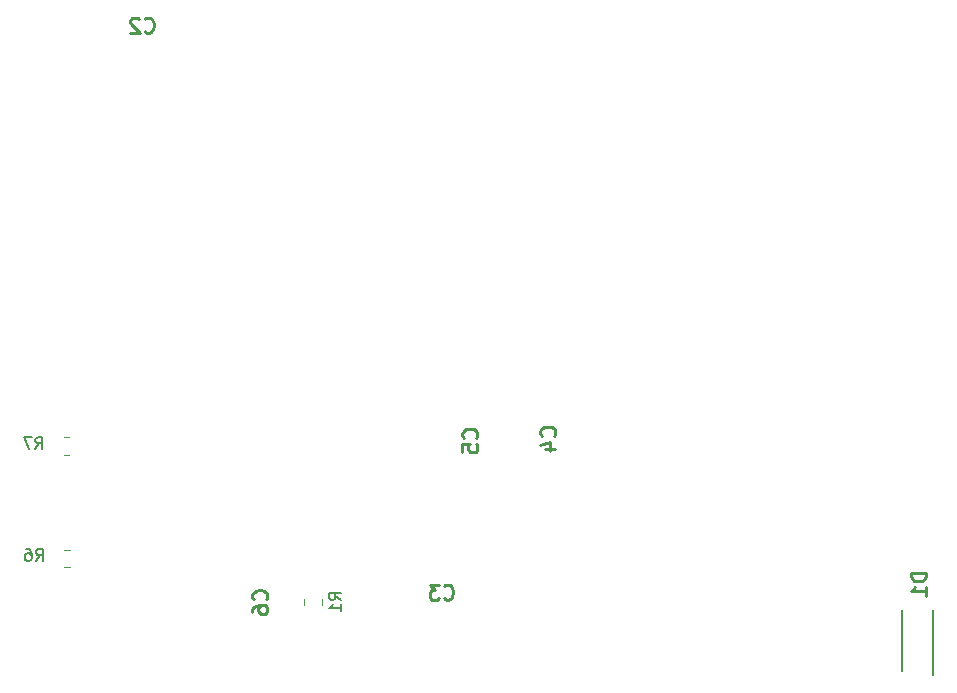
<source format=gbr>
%TF.GenerationSoftware,KiCad,Pcbnew,7.0.8*%
%TF.CreationDate,2023-10-09T21:05:16-03:00*%
%TF.ProjectId,PlacaTeste_Sillion,506c6163-6154-4657-9374-655f53696c6c,r1.0*%
%TF.SameCoordinates,Original*%
%TF.FileFunction,Legend,Bot*%
%TF.FilePolarity,Positive*%
%FSLAX46Y46*%
G04 Gerber Fmt 4.6, Leading zero omitted, Abs format (unit mm)*
G04 Created by KiCad (PCBNEW 7.0.8) date 2023-10-09 21:05:16*
%MOMM*%
%LPD*%
G01*
G04 APERTURE LIST*
%ADD10C,0.150000*%
%ADD11C,0.254000*%
%ADD12C,0.120000*%
%ADD13C,0.200000*%
G04 APERTURE END LIST*
D10*
X73064666Y-88465819D02*
X73397999Y-87989628D01*
X73636094Y-88465819D02*
X73636094Y-87465819D01*
X73636094Y-87465819D02*
X73255142Y-87465819D01*
X73255142Y-87465819D02*
X73159904Y-87513438D01*
X73159904Y-87513438D02*
X73112285Y-87561057D01*
X73112285Y-87561057D02*
X73064666Y-87656295D01*
X73064666Y-87656295D02*
X73064666Y-87799152D01*
X73064666Y-87799152D02*
X73112285Y-87894390D01*
X73112285Y-87894390D02*
X73159904Y-87942009D01*
X73159904Y-87942009D02*
X73255142Y-87989628D01*
X73255142Y-87989628D02*
X73636094Y-87989628D01*
X72207523Y-87465819D02*
X72397999Y-87465819D01*
X72397999Y-87465819D02*
X72493237Y-87513438D01*
X72493237Y-87513438D02*
X72540856Y-87561057D01*
X72540856Y-87561057D02*
X72636094Y-87703914D01*
X72636094Y-87703914D02*
X72683713Y-87894390D01*
X72683713Y-87894390D02*
X72683713Y-88275342D01*
X72683713Y-88275342D02*
X72636094Y-88370580D01*
X72636094Y-88370580D02*
X72588475Y-88418200D01*
X72588475Y-88418200D02*
X72493237Y-88465819D01*
X72493237Y-88465819D02*
X72302761Y-88465819D01*
X72302761Y-88465819D02*
X72207523Y-88418200D01*
X72207523Y-88418200D02*
X72159904Y-88370580D01*
X72159904Y-88370580D02*
X72112285Y-88275342D01*
X72112285Y-88275342D02*
X72112285Y-88037247D01*
X72112285Y-88037247D02*
X72159904Y-87942009D01*
X72159904Y-87942009D02*
X72207523Y-87894390D01*
X72207523Y-87894390D02*
X72302761Y-87846771D01*
X72302761Y-87846771D02*
X72493237Y-87846771D01*
X72493237Y-87846771D02*
X72588475Y-87894390D01*
X72588475Y-87894390D02*
X72636094Y-87942009D01*
X72636094Y-87942009D02*
X72683713Y-88037247D01*
D11*
X110308365Y-78078333D02*
X110368842Y-78017857D01*
X110368842Y-78017857D02*
X110429318Y-77836428D01*
X110429318Y-77836428D02*
X110429318Y-77715476D01*
X110429318Y-77715476D02*
X110368842Y-77534047D01*
X110368842Y-77534047D02*
X110247889Y-77413095D01*
X110247889Y-77413095D02*
X110126937Y-77352618D01*
X110126937Y-77352618D02*
X109885032Y-77292142D01*
X109885032Y-77292142D02*
X109703603Y-77292142D01*
X109703603Y-77292142D02*
X109461699Y-77352618D01*
X109461699Y-77352618D02*
X109340746Y-77413095D01*
X109340746Y-77413095D02*
X109219794Y-77534047D01*
X109219794Y-77534047D02*
X109159318Y-77715476D01*
X109159318Y-77715476D02*
X109159318Y-77836428D01*
X109159318Y-77836428D02*
X109219794Y-78017857D01*
X109219794Y-78017857D02*
X109280270Y-78078333D01*
X109159318Y-79227380D02*
X109159318Y-78622618D01*
X109159318Y-78622618D02*
X109764080Y-78562142D01*
X109764080Y-78562142D02*
X109703603Y-78622618D01*
X109703603Y-78622618D02*
X109643127Y-78743571D01*
X109643127Y-78743571D02*
X109643127Y-79045952D01*
X109643127Y-79045952D02*
X109703603Y-79166904D01*
X109703603Y-79166904D02*
X109764080Y-79227380D01*
X109764080Y-79227380D02*
X109885032Y-79287857D01*
X109885032Y-79287857D02*
X110187413Y-79287857D01*
X110187413Y-79287857D02*
X110308365Y-79227380D01*
X110308365Y-79227380D02*
X110368842Y-79166904D01*
X110368842Y-79166904D02*
X110429318Y-79045952D01*
X110429318Y-79045952D02*
X110429318Y-78743571D01*
X110429318Y-78743571D02*
X110368842Y-78622618D01*
X110368842Y-78622618D02*
X110308365Y-78562142D01*
X107584666Y-91639365D02*
X107645142Y-91699842D01*
X107645142Y-91699842D02*
X107826571Y-91760318D01*
X107826571Y-91760318D02*
X107947523Y-91760318D01*
X107947523Y-91760318D02*
X108128952Y-91699842D01*
X108128952Y-91699842D02*
X108249904Y-91578889D01*
X108249904Y-91578889D02*
X108310381Y-91457937D01*
X108310381Y-91457937D02*
X108370857Y-91216032D01*
X108370857Y-91216032D02*
X108370857Y-91034603D01*
X108370857Y-91034603D02*
X108310381Y-90792699D01*
X108310381Y-90792699D02*
X108249904Y-90671746D01*
X108249904Y-90671746D02*
X108128952Y-90550794D01*
X108128952Y-90550794D02*
X107947523Y-90490318D01*
X107947523Y-90490318D02*
X107826571Y-90490318D01*
X107826571Y-90490318D02*
X107645142Y-90550794D01*
X107645142Y-90550794D02*
X107584666Y-90611270D01*
X107161333Y-90490318D02*
X106375142Y-90490318D01*
X106375142Y-90490318D02*
X106798476Y-90974127D01*
X106798476Y-90974127D02*
X106617047Y-90974127D01*
X106617047Y-90974127D02*
X106496095Y-91034603D01*
X106496095Y-91034603D02*
X106435619Y-91095080D01*
X106435619Y-91095080D02*
X106375142Y-91216032D01*
X106375142Y-91216032D02*
X106375142Y-91518413D01*
X106375142Y-91518413D02*
X106435619Y-91639365D01*
X106435619Y-91639365D02*
X106496095Y-91699842D01*
X106496095Y-91699842D02*
X106617047Y-91760318D01*
X106617047Y-91760318D02*
X106979904Y-91760318D01*
X106979904Y-91760318D02*
X107100857Y-91699842D01*
X107100857Y-91699842D02*
X107161333Y-91639365D01*
X92528365Y-91736333D02*
X92588842Y-91675857D01*
X92588842Y-91675857D02*
X92649318Y-91494428D01*
X92649318Y-91494428D02*
X92649318Y-91373476D01*
X92649318Y-91373476D02*
X92588842Y-91192047D01*
X92588842Y-91192047D02*
X92467889Y-91071095D01*
X92467889Y-91071095D02*
X92346937Y-91010618D01*
X92346937Y-91010618D02*
X92105032Y-90950142D01*
X92105032Y-90950142D02*
X91923603Y-90950142D01*
X91923603Y-90950142D02*
X91681699Y-91010618D01*
X91681699Y-91010618D02*
X91560746Y-91071095D01*
X91560746Y-91071095D02*
X91439794Y-91192047D01*
X91439794Y-91192047D02*
X91379318Y-91373476D01*
X91379318Y-91373476D02*
X91379318Y-91494428D01*
X91379318Y-91494428D02*
X91439794Y-91675857D01*
X91439794Y-91675857D02*
X91500270Y-91736333D01*
X91379318Y-92824904D02*
X91379318Y-92582999D01*
X91379318Y-92582999D02*
X91439794Y-92462047D01*
X91439794Y-92462047D02*
X91500270Y-92401571D01*
X91500270Y-92401571D02*
X91681699Y-92280618D01*
X91681699Y-92280618D02*
X91923603Y-92220142D01*
X91923603Y-92220142D02*
X92407413Y-92220142D01*
X92407413Y-92220142D02*
X92528365Y-92280618D01*
X92528365Y-92280618D02*
X92588842Y-92341095D01*
X92588842Y-92341095D02*
X92649318Y-92462047D01*
X92649318Y-92462047D02*
X92649318Y-92703952D01*
X92649318Y-92703952D02*
X92588842Y-92824904D01*
X92588842Y-92824904D02*
X92528365Y-92885380D01*
X92528365Y-92885380D02*
X92407413Y-92945857D01*
X92407413Y-92945857D02*
X92105032Y-92945857D01*
X92105032Y-92945857D02*
X91984080Y-92885380D01*
X91984080Y-92885380D02*
X91923603Y-92824904D01*
X91923603Y-92824904D02*
X91863127Y-92703952D01*
X91863127Y-92703952D02*
X91863127Y-92462047D01*
X91863127Y-92462047D02*
X91923603Y-92341095D01*
X91923603Y-92341095D02*
X91984080Y-92280618D01*
X91984080Y-92280618D02*
X92105032Y-92220142D01*
X148402318Y-89477618D02*
X147132318Y-89477618D01*
X147132318Y-89477618D02*
X147132318Y-89779999D01*
X147132318Y-89779999D02*
X147192794Y-89961428D01*
X147192794Y-89961428D02*
X147313746Y-90082380D01*
X147313746Y-90082380D02*
X147434699Y-90142857D01*
X147434699Y-90142857D02*
X147676603Y-90203333D01*
X147676603Y-90203333D02*
X147858032Y-90203333D01*
X147858032Y-90203333D02*
X148099937Y-90142857D01*
X148099937Y-90142857D02*
X148220889Y-90082380D01*
X148220889Y-90082380D02*
X148341842Y-89961428D01*
X148341842Y-89961428D02*
X148402318Y-89779999D01*
X148402318Y-89779999D02*
X148402318Y-89477618D01*
X148402318Y-91412857D02*
X148402318Y-90687142D01*
X148402318Y-91049999D02*
X147132318Y-91049999D01*
X147132318Y-91049999D02*
X147313746Y-90929047D01*
X147313746Y-90929047D02*
X147434699Y-90808095D01*
X147434699Y-90808095D02*
X147495175Y-90687142D01*
X116912365Y-77893333D02*
X116972842Y-77832857D01*
X116972842Y-77832857D02*
X117033318Y-77651428D01*
X117033318Y-77651428D02*
X117033318Y-77530476D01*
X117033318Y-77530476D02*
X116972842Y-77349047D01*
X116972842Y-77349047D02*
X116851889Y-77228095D01*
X116851889Y-77228095D02*
X116730937Y-77167618D01*
X116730937Y-77167618D02*
X116489032Y-77107142D01*
X116489032Y-77107142D02*
X116307603Y-77107142D01*
X116307603Y-77107142D02*
X116065699Y-77167618D01*
X116065699Y-77167618D02*
X115944746Y-77228095D01*
X115944746Y-77228095D02*
X115823794Y-77349047D01*
X115823794Y-77349047D02*
X115763318Y-77530476D01*
X115763318Y-77530476D02*
X115763318Y-77651428D01*
X115763318Y-77651428D02*
X115823794Y-77832857D01*
X115823794Y-77832857D02*
X115884270Y-77893333D01*
X116186651Y-78981904D02*
X117033318Y-78981904D01*
X115702842Y-78679523D02*
X116609984Y-78377142D01*
X116609984Y-78377142D02*
X116609984Y-79163333D01*
D10*
X98879819Y-91781333D02*
X98403628Y-91448000D01*
X98879819Y-91209905D02*
X97879819Y-91209905D01*
X97879819Y-91209905D02*
X97879819Y-91590857D01*
X97879819Y-91590857D02*
X97927438Y-91686095D01*
X97927438Y-91686095D02*
X97975057Y-91733714D01*
X97975057Y-91733714D02*
X98070295Y-91781333D01*
X98070295Y-91781333D02*
X98213152Y-91781333D01*
X98213152Y-91781333D02*
X98308390Y-91733714D01*
X98308390Y-91733714D02*
X98356009Y-91686095D01*
X98356009Y-91686095D02*
X98403628Y-91590857D01*
X98403628Y-91590857D02*
X98403628Y-91209905D01*
X98879819Y-92733714D02*
X98879819Y-92162286D01*
X98879819Y-92448000D02*
X97879819Y-92448000D01*
X97879819Y-92448000D02*
X98022676Y-92352762D01*
X98022676Y-92352762D02*
X98117914Y-92257524D01*
X98117914Y-92257524D02*
X98165533Y-92162286D01*
X73012666Y-79015819D02*
X73345999Y-78539628D01*
X73584094Y-79015819D02*
X73584094Y-78015819D01*
X73584094Y-78015819D02*
X73203142Y-78015819D01*
X73203142Y-78015819D02*
X73107904Y-78063438D01*
X73107904Y-78063438D02*
X73060285Y-78111057D01*
X73060285Y-78111057D02*
X73012666Y-78206295D01*
X73012666Y-78206295D02*
X73012666Y-78349152D01*
X73012666Y-78349152D02*
X73060285Y-78444390D01*
X73060285Y-78444390D02*
X73107904Y-78492009D01*
X73107904Y-78492009D02*
X73203142Y-78539628D01*
X73203142Y-78539628D02*
X73584094Y-78539628D01*
X72679332Y-78015819D02*
X72012666Y-78015819D01*
X72012666Y-78015819D02*
X72441237Y-79015819D01*
D11*
X82253666Y-43633365D02*
X82314142Y-43693842D01*
X82314142Y-43693842D02*
X82495571Y-43754318D01*
X82495571Y-43754318D02*
X82616523Y-43754318D01*
X82616523Y-43754318D02*
X82797952Y-43693842D01*
X82797952Y-43693842D02*
X82918904Y-43572889D01*
X82918904Y-43572889D02*
X82979381Y-43451937D01*
X82979381Y-43451937D02*
X83039857Y-43210032D01*
X83039857Y-43210032D02*
X83039857Y-43028603D01*
X83039857Y-43028603D02*
X82979381Y-42786699D01*
X82979381Y-42786699D02*
X82918904Y-42665746D01*
X82918904Y-42665746D02*
X82797952Y-42544794D01*
X82797952Y-42544794D02*
X82616523Y-42484318D01*
X82616523Y-42484318D02*
X82495571Y-42484318D01*
X82495571Y-42484318D02*
X82314142Y-42544794D01*
X82314142Y-42544794D02*
X82253666Y-42605270D01*
X81769857Y-42605270D02*
X81709381Y-42544794D01*
X81709381Y-42544794D02*
X81588428Y-42484318D01*
X81588428Y-42484318D02*
X81286047Y-42484318D01*
X81286047Y-42484318D02*
X81165095Y-42544794D01*
X81165095Y-42544794D02*
X81104619Y-42605270D01*
X81104619Y-42605270D02*
X81044142Y-42726222D01*
X81044142Y-42726222D02*
X81044142Y-42847175D01*
X81044142Y-42847175D02*
X81104619Y-43028603D01*
X81104619Y-43028603D02*
X81830333Y-43754318D01*
X81830333Y-43754318D02*
X81044142Y-43754318D01*
D12*
%TO.C,R6*%
X75895564Y-89000000D02*
X75441436Y-89000000D01*
X75895564Y-87530000D02*
X75441436Y-87530000D01*
D13*
%TO.C,D1*%
X146399000Y-97839000D02*
X146399000Y-92643000D01*
X149003000Y-92643000D02*
X149003000Y-98166000D01*
D12*
%TO.C,R1*%
X97255000Y-91744436D02*
X97255000Y-92198564D01*
X95785000Y-91744436D02*
X95785000Y-92198564D01*
%TO.C,R7*%
X75867064Y-79475000D02*
X75412936Y-79475000D01*
X75867064Y-78005000D02*
X75412936Y-78005000D01*
%TD*%
M02*

</source>
